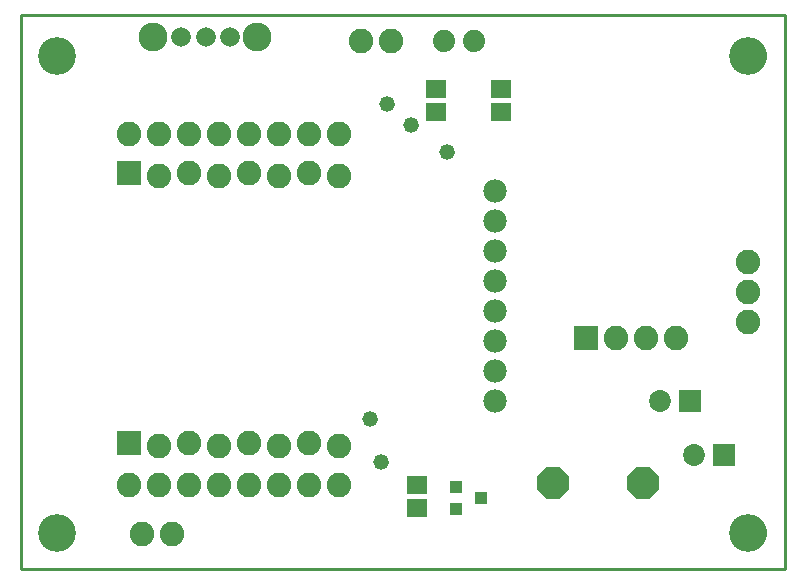
<source format=gts>
G75*
%MOIN*%
%OFA0B0*%
%FSLAX25Y25*%
%IPPOS*%
%LPD*%
%AMOC8*
5,1,8,0,0,1.08239X$1,22.5*
%
%ADD10C,0.01000*%
%ADD11C,0.00000*%
%ADD12C,0.12611*%
%ADD13C,0.08200*%
%ADD14C,0.07400*%
%ADD15R,0.06706X0.05918*%
%ADD16R,0.08200X0.08200*%
%ADD17C,0.07800*%
%ADD18OC8,0.10800*%
%ADD19C,0.06550*%
%ADD20C,0.09658*%
%ADD21R,0.07300X0.07300*%
%ADD22C,0.07300*%
%ADD23R,0.04343X0.03950*%
%ADD24C,0.05200*%
D10*
X0072300Y0018800D02*
X0072300Y0203261D01*
X0327200Y0203261D01*
X0327200Y0018800D01*
X0072300Y0018800D01*
D11*
X0078394Y0030800D02*
X0078396Y0030953D01*
X0078402Y0031107D01*
X0078412Y0031260D01*
X0078426Y0031412D01*
X0078444Y0031565D01*
X0078466Y0031716D01*
X0078491Y0031867D01*
X0078521Y0032018D01*
X0078555Y0032168D01*
X0078592Y0032316D01*
X0078633Y0032464D01*
X0078678Y0032610D01*
X0078727Y0032756D01*
X0078780Y0032900D01*
X0078836Y0033042D01*
X0078896Y0033183D01*
X0078960Y0033323D01*
X0079027Y0033461D01*
X0079098Y0033597D01*
X0079173Y0033731D01*
X0079250Y0033863D01*
X0079332Y0033993D01*
X0079416Y0034121D01*
X0079504Y0034247D01*
X0079595Y0034370D01*
X0079689Y0034491D01*
X0079787Y0034609D01*
X0079887Y0034725D01*
X0079991Y0034838D01*
X0080097Y0034949D01*
X0080206Y0035057D01*
X0080318Y0035162D01*
X0080432Y0035263D01*
X0080550Y0035362D01*
X0080669Y0035458D01*
X0080791Y0035551D01*
X0080916Y0035640D01*
X0081043Y0035727D01*
X0081172Y0035809D01*
X0081303Y0035889D01*
X0081436Y0035965D01*
X0081571Y0036038D01*
X0081708Y0036107D01*
X0081847Y0036172D01*
X0081987Y0036234D01*
X0082129Y0036292D01*
X0082272Y0036347D01*
X0082417Y0036398D01*
X0082563Y0036445D01*
X0082710Y0036488D01*
X0082858Y0036527D01*
X0083007Y0036563D01*
X0083157Y0036594D01*
X0083308Y0036622D01*
X0083459Y0036646D01*
X0083612Y0036666D01*
X0083764Y0036682D01*
X0083917Y0036694D01*
X0084070Y0036702D01*
X0084223Y0036706D01*
X0084377Y0036706D01*
X0084530Y0036702D01*
X0084683Y0036694D01*
X0084836Y0036682D01*
X0084988Y0036666D01*
X0085141Y0036646D01*
X0085292Y0036622D01*
X0085443Y0036594D01*
X0085593Y0036563D01*
X0085742Y0036527D01*
X0085890Y0036488D01*
X0086037Y0036445D01*
X0086183Y0036398D01*
X0086328Y0036347D01*
X0086471Y0036292D01*
X0086613Y0036234D01*
X0086753Y0036172D01*
X0086892Y0036107D01*
X0087029Y0036038D01*
X0087164Y0035965D01*
X0087297Y0035889D01*
X0087428Y0035809D01*
X0087557Y0035727D01*
X0087684Y0035640D01*
X0087809Y0035551D01*
X0087931Y0035458D01*
X0088050Y0035362D01*
X0088168Y0035263D01*
X0088282Y0035162D01*
X0088394Y0035057D01*
X0088503Y0034949D01*
X0088609Y0034838D01*
X0088713Y0034725D01*
X0088813Y0034609D01*
X0088911Y0034491D01*
X0089005Y0034370D01*
X0089096Y0034247D01*
X0089184Y0034121D01*
X0089268Y0033993D01*
X0089350Y0033863D01*
X0089427Y0033731D01*
X0089502Y0033597D01*
X0089573Y0033461D01*
X0089640Y0033323D01*
X0089704Y0033183D01*
X0089764Y0033042D01*
X0089820Y0032900D01*
X0089873Y0032756D01*
X0089922Y0032610D01*
X0089967Y0032464D01*
X0090008Y0032316D01*
X0090045Y0032168D01*
X0090079Y0032018D01*
X0090109Y0031867D01*
X0090134Y0031716D01*
X0090156Y0031565D01*
X0090174Y0031412D01*
X0090188Y0031260D01*
X0090198Y0031107D01*
X0090204Y0030953D01*
X0090206Y0030800D01*
X0090204Y0030647D01*
X0090198Y0030493D01*
X0090188Y0030340D01*
X0090174Y0030188D01*
X0090156Y0030035D01*
X0090134Y0029884D01*
X0090109Y0029733D01*
X0090079Y0029582D01*
X0090045Y0029432D01*
X0090008Y0029284D01*
X0089967Y0029136D01*
X0089922Y0028990D01*
X0089873Y0028844D01*
X0089820Y0028700D01*
X0089764Y0028558D01*
X0089704Y0028417D01*
X0089640Y0028277D01*
X0089573Y0028139D01*
X0089502Y0028003D01*
X0089427Y0027869D01*
X0089350Y0027737D01*
X0089268Y0027607D01*
X0089184Y0027479D01*
X0089096Y0027353D01*
X0089005Y0027230D01*
X0088911Y0027109D01*
X0088813Y0026991D01*
X0088713Y0026875D01*
X0088609Y0026762D01*
X0088503Y0026651D01*
X0088394Y0026543D01*
X0088282Y0026438D01*
X0088168Y0026337D01*
X0088050Y0026238D01*
X0087931Y0026142D01*
X0087809Y0026049D01*
X0087684Y0025960D01*
X0087557Y0025873D01*
X0087428Y0025791D01*
X0087297Y0025711D01*
X0087164Y0025635D01*
X0087029Y0025562D01*
X0086892Y0025493D01*
X0086753Y0025428D01*
X0086613Y0025366D01*
X0086471Y0025308D01*
X0086328Y0025253D01*
X0086183Y0025202D01*
X0086037Y0025155D01*
X0085890Y0025112D01*
X0085742Y0025073D01*
X0085593Y0025037D01*
X0085443Y0025006D01*
X0085292Y0024978D01*
X0085141Y0024954D01*
X0084988Y0024934D01*
X0084836Y0024918D01*
X0084683Y0024906D01*
X0084530Y0024898D01*
X0084377Y0024894D01*
X0084223Y0024894D01*
X0084070Y0024898D01*
X0083917Y0024906D01*
X0083764Y0024918D01*
X0083612Y0024934D01*
X0083459Y0024954D01*
X0083308Y0024978D01*
X0083157Y0025006D01*
X0083007Y0025037D01*
X0082858Y0025073D01*
X0082710Y0025112D01*
X0082563Y0025155D01*
X0082417Y0025202D01*
X0082272Y0025253D01*
X0082129Y0025308D01*
X0081987Y0025366D01*
X0081847Y0025428D01*
X0081708Y0025493D01*
X0081571Y0025562D01*
X0081436Y0025635D01*
X0081303Y0025711D01*
X0081172Y0025791D01*
X0081043Y0025873D01*
X0080916Y0025960D01*
X0080791Y0026049D01*
X0080669Y0026142D01*
X0080550Y0026238D01*
X0080432Y0026337D01*
X0080318Y0026438D01*
X0080206Y0026543D01*
X0080097Y0026651D01*
X0079991Y0026762D01*
X0079887Y0026875D01*
X0079787Y0026991D01*
X0079689Y0027109D01*
X0079595Y0027230D01*
X0079504Y0027353D01*
X0079416Y0027479D01*
X0079332Y0027607D01*
X0079250Y0027737D01*
X0079173Y0027869D01*
X0079098Y0028003D01*
X0079027Y0028139D01*
X0078960Y0028277D01*
X0078896Y0028417D01*
X0078836Y0028558D01*
X0078780Y0028700D01*
X0078727Y0028844D01*
X0078678Y0028990D01*
X0078633Y0029136D01*
X0078592Y0029284D01*
X0078555Y0029432D01*
X0078521Y0029582D01*
X0078491Y0029733D01*
X0078466Y0029884D01*
X0078444Y0030035D01*
X0078426Y0030188D01*
X0078412Y0030340D01*
X0078402Y0030493D01*
X0078396Y0030647D01*
X0078394Y0030800D01*
X0308894Y0030800D02*
X0308896Y0030953D01*
X0308902Y0031107D01*
X0308912Y0031260D01*
X0308926Y0031412D01*
X0308944Y0031565D01*
X0308966Y0031716D01*
X0308991Y0031867D01*
X0309021Y0032018D01*
X0309055Y0032168D01*
X0309092Y0032316D01*
X0309133Y0032464D01*
X0309178Y0032610D01*
X0309227Y0032756D01*
X0309280Y0032900D01*
X0309336Y0033042D01*
X0309396Y0033183D01*
X0309460Y0033323D01*
X0309527Y0033461D01*
X0309598Y0033597D01*
X0309673Y0033731D01*
X0309750Y0033863D01*
X0309832Y0033993D01*
X0309916Y0034121D01*
X0310004Y0034247D01*
X0310095Y0034370D01*
X0310189Y0034491D01*
X0310287Y0034609D01*
X0310387Y0034725D01*
X0310491Y0034838D01*
X0310597Y0034949D01*
X0310706Y0035057D01*
X0310818Y0035162D01*
X0310932Y0035263D01*
X0311050Y0035362D01*
X0311169Y0035458D01*
X0311291Y0035551D01*
X0311416Y0035640D01*
X0311543Y0035727D01*
X0311672Y0035809D01*
X0311803Y0035889D01*
X0311936Y0035965D01*
X0312071Y0036038D01*
X0312208Y0036107D01*
X0312347Y0036172D01*
X0312487Y0036234D01*
X0312629Y0036292D01*
X0312772Y0036347D01*
X0312917Y0036398D01*
X0313063Y0036445D01*
X0313210Y0036488D01*
X0313358Y0036527D01*
X0313507Y0036563D01*
X0313657Y0036594D01*
X0313808Y0036622D01*
X0313959Y0036646D01*
X0314112Y0036666D01*
X0314264Y0036682D01*
X0314417Y0036694D01*
X0314570Y0036702D01*
X0314723Y0036706D01*
X0314877Y0036706D01*
X0315030Y0036702D01*
X0315183Y0036694D01*
X0315336Y0036682D01*
X0315488Y0036666D01*
X0315641Y0036646D01*
X0315792Y0036622D01*
X0315943Y0036594D01*
X0316093Y0036563D01*
X0316242Y0036527D01*
X0316390Y0036488D01*
X0316537Y0036445D01*
X0316683Y0036398D01*
X0316828Y0036347D01*
X0316971Y0036292D01*
X0317113Y0036234D01*
X0317253Y0036172D01*
X0317392Y0036107D01*
X0317529Y0036038D01*
X0317664Y0035965D01*
X0317797Y0035889D01*
X0317928Y0035809D01*
X0318057Y0035727D01*
X0318184Y0035640D01*
X0318309Y0035551D01*
X0318431Y0035458D01*
X0318550Y0035362D01*
X0318668Y0035263D01*
X0318782Y0035162D01*
X0318894Y0035057D01*
X0319003Y0034949D01*
X0319109Y0034838D01*
X0319213Y0034725D01*
X0319313Y0034609D01*
X0319411Y0034491D01*
X0319505Y0034370D01*
X0319596Y0034247D01*
X0319684Y0034121D01*
X0319768Y0033993D01*
X0319850Y0033863D01*
X0319927Y0033731D01*
X0320002Y0033597D01*
X0320073Y0033461D01*
X0320140Y0033323D01*
X0320204Y0033183D01*
X0320264Y0033042D01*
X0320320Y0032900D01*
X0320373Y0032756D01*
X0320422Y0032610D01*
X0320467Y0032464D01*
X0320508Y0032316D01*
X0320545Y0032168D01*
X0320579Y0032018D01*
X0320609Y0031867D01*
X0320634Y0031716D01*
X0320656Y0031565D01*
X0320674Y0031412D01*
X0320688Y0031260D01*
X0320698Y0031107D01*
X0320704Y0030953D01*
X0320706Y0030800D01*
X0320704Y0030647D01*
X0320698Y0030493D01*
X0320688Y0030340D01*
X0320674Y0030188D01*
X0320656Y0030035D01*
X0320634Y0029884D01*
X0320609Y0029733D01*
X0320579Y0029582D01*
X0320545Y0029432D01*
X0320508Y0029284D01*
X0320467Y0029136D01*
X0320422Y0028990D01*
X0320373Y0028844D01*
X0320320Y0028700D01*
X0320264Y0028558D01*
X0320204Y0028417D01*
X0320140Y0028277D01*
X0320073Y0028139D01*
X0320002Y0028003D01*
X0319927Y0027869D01*
X0319850Y0027737D01*
X0319768Y0027607D01*
X0319684Y0027479D01*
X0319596Y0027353D01*
X0319505Y0027230D01*
X0319411Y0027109D01*
X0319313Y0026991D01*
X0319213Y0026875D01*
X0319109Y0026762D01*
X0319003Y0026651D01*
X0318894Y0026543D01*
X0318782Y0026438D01*
X0318668Y0026337D01*
X0318550Y0026238D01*
X0318431Y0026142D01*
X0318309Y0026049D01*
X0318184Y0025960D01*
X0318057Y0025873D01*
X0317928Y0025791D01*
X0317797Y0025711D01*
X0317664Y0025635D01*
X0317529Y0025562D01*
X0317392Y0025493D01*
X0317253Y0025428D01*
X0317113Y0025366D01*
X0316971Y0025308D01*
X0316828Y0025253D01*
X0316683Y0025202D01*
X0316537Y0025155D01*
X0316390Y0025112D01*
X0316242Y0025073D01*
X0316093Y0025037D01*
X0315943Y0025006D01*
X0315792Y0024978D01*
X0315641Y0024954D01*
X0315488Y0024934D01*
X0315336Y0024918D01*
X0315183Y0024906D01*
X0315030Y0024898D01*
X0314877Y0024894D01*
X0314723Y0024894D01*
X0314570Y0024898D01*
X0314417Y0024906D01*
X0314264Y0024918D01*
X0314112Y0024934D01*
X0313959Y0024954D01*
X0313808Y0024978D01*
X0313657Y0025006D01*
X0313507Y0025037D01*
X0313358Y0025073D01*
X0313210Y0025112D01*
X0313063Y0025155D01*
X0312917Y0025202D01*
X0312772Y0025253D01*
X0312629Y0025308D01*
X0312487Y0025366D01*
X0312347Y0025428D01*
X0312208Y0025493D01*
X0312071Y0025562D01*
X0311936Y0025635D01*
X0311803Y0025711D01*
X0311672Y0025791D01*
X0311543Y0025873D01*
X0311416Y0025960D01*
X0311291Y0026049D01*
X0311169Y0026142D01*
X0311050Y0026238D01*
X0310932Y0026337D01*
X0310818Y0026438D01*
X0310706Y0026543D01*
X0310597Y0026651D01*
X0310491Y0026762D01*
X0310387Y0026875D01*
X0310287Y0026991D01*
X0310189Y0027109D01*
X0310095Y0027230D01*
X0310004Y0027353D01*
X0309916Y0027479D01*
X0309832Y0027607D01*
X0309750Y0027737D01*
X0309673Y0027869D01*
X0309598Y0028003D01*
X0309527Y0028139D01*
X0309460Y0028277D01*
X0309396Y0028417D01*
X0309336Y0028558D01*
X0309280Y0028700D01*
X0309227Y0028844D01*
X0309178Y0028990D01*
X0309133Y0029136D01*
X0309092Y0029284D01*
X0309055Y0029432D01*
X0309021Y0029582D01*
X0308991Y0029733D01*
X0308966Y0029884D01*
X0308944Y0030035D01*
X0308926Y0030188D01*
X0308912Y0030340D01*
X0308902Y0030493D01*
X0308896Y0030647D01*
X0308894Y0030800D01*
X0308894Y0189800D02*
X0308896Y0189953D01*
X0308902Y0190107D01*
X0308912Y0190260D01*
X0308926Y0190412D01*
X0308944Y0190565D01*
X0308966Y0190716D01*
X0308991Y0190867D01*
X0309021Y0191018D01*
X0309055Y0191168D01*
X0309092Y0191316D01*
X0309133Y0191464D01*
X0309178Y0191610D01*
X0309227Y0191756D01*
X0309280Y0191900D01*
X0309336Y0192042D01*
X0309396Y0192183D01*
X0309460Y0192323D01*
X0309527Y0192461D01*
X0309598Y0192597D01*
X0309673Y0192731D01*
X0309750Y0192863D01*
X0309832Y0192993D01*
X0309916Y0193121D01*
X0310004Y0193247D01*
X0310095Y0193370D01*
X0310189Y0193491D01*
X0310287Y0193609D01*
X0310387Y0193725D01*
X0310491Y0193838D01*
X0310597Y0193949D01*
X0310706Y0194057D01*
X0310818Y0194162D01*
X0310932Y0194263D01*
X0311050Y0194362D01*
X0311169Y0194458D01*
X0311291Y0194551D01*
X0311416Y0194640D01*
X0311543Y0194727D01*
X0311672Y0194809D01*
X0311803Y0194889D01*
X0311936Y0194965D01*
X0312071Y0195038D01*
X0312208Y0195107D01*
X0312347Y0195172D01*
X0312487Y0195234D01*
X0312629Y0195292D01*
X0312772Y0195347D01*
X0312917Y0195398D01*
X0313063Y0195445D01*
X0313210Y0195488D01*
X0313358Y0195527D01*
X0313507Y0195563D01*
X0313657Y0195594D01*
X0313808Y0195622D01*
X0313959Y0195646D01*
X0314112Y0195666D01*
X0314264Y0195682D01*
X0314417Y0195694D01*
X0314570Y0195702D01*
X0314723Y0195706D01*
X0314877Y0195706D01*
X0315030Y0195702D01*
X0315183Y0195694D01*
X0315336Y0195682D01*
X0315488Y0195666D01*
X0315641Y0195646D01*
X0315792Y0195622D01*
X0315943Y0195594D01*
X0316093Y0195563D01*
X0316242Y0195527D01*
X0316390Y0195488D01*
X0316537Y0195445D01*
X0316683Y0195398D01*
X0316828Y0195347D01*
X0316971Y0195292D01*
X0317113Y0195234D01*
X0317253Y0195172D01*
X0317392Y0195107D01*
X0317529Y0195038D01*
X0317664Y0194965D01*
X0317797Y0194889D01*
X0317928Y0194809D01*
X0318057Y0194727D01*
X0318184Y0194640D01*
X0318309Y0194551D01*
X0318431Y0194458D01*
X0318550Y0194362D01*
X0318668Y0194263D01*
X0318782Y0194162D01*
X0318894Y0194057D01*
X0319003Y0193949D01*
X0319109Y0193838D01*
X0319213Y0193725D01*
X0319313Y0193609D01*
X0319411Y0193491D01*
X0319505Y0193370D01*
X0319596Y0193247D01*
X0319684Y0193121D01*
X0319768Y0192993D01*
X0319850Y0192863D01*
X0319927Y0192731D01*
X0320002Y0192597D01*
X0320073Y0192461D01*
X0320140Y0192323D01*
X0320204Y0192183D01*
X0320264Y0192042D01*
X0320320Y0191900D01*
X0320373Y0191756D01*
X0320422Y0191610D01*
X0320467Y0191464D01*
X0320508Y0191316D01*
X0320545Y0191168D01*
X0320579Y0191018D01*
X0320609Y0190867D01*
X0320634Y0190716D01*
X0320656Y0190565D01*
X0320674Y0190412D01*
X0320688Y0190260D01*
X0320698Y0190107D01*
X0320704Y0189953D01*
X0320706Y0189800D01*
X0320704Y0189647D01*
X0320698Y0189493D01*
X0320688Y0189340D01*
X0320674Y0189188D01*
X0320656Y0189035D01*
X0320634Y0188884D01*
X0320609Y0188733D01*
X0320579Y0188582D01*
X0320545Y0188432D01*
X0320508Y0188284D01*
X0320467Y0188136D01*
X0320422Y0187990D01*
X0320373Y0187844D01*
X0320320Y0187700D01*
X0320264Y0187558D01*
X0320204Y0187417D01*
X0320140Y0187277D01*
X0320073Y0187139D01*
X0320002Y0187003D01*
X0319927Y0186869D01*
X0319850Y0186737D01*
X0319768Y0186607D01*
X0319684Y0186479D01*
X0319596Y0186353D01*
X0319505Y0186230D01*
X0319411Y0186109D01*
X0319313Y0185991D01*
X0319213Y0185875D01*
X0319109Y0185762D01*
X0319003Y0185651D01*
X0318894Y0185543D01*
X0318782Y0185438D01*
X0318668Y0185337D01*
X0318550Y0185238D01*
X0318431Y0185142D01*
X0318309Y0185049D01*
X0318184Y0184960D01*
X0318057Y0184873D01*
X0317928Y0184791D01*
X0317797Y0184711D01*
X0317664Y0184635D01*
X0317529Y0184562D01*
X0317392Y0184493D01*
X0317253Y0184428D01*
X0317113Y0184366D01*
X0316971Y0184308D01*
X0316828Y0184253D01*
X0316683Y0184202D01*
X0316537Y0184155D01*
X0316390Y0184112D01*
X0316242Y0184073D01*
X0316093Y0184037D01*
X0315943Y0184006D01*
X0315792Y0183978D01*
X0315641Y0183954D01*
X0315488Y0183934D01*
X0315336Y0183918D01*
X0315183Y0183906D01*
X0315030Y0183898D01*
X0314877Y0183894D01*
X0314723Y0183894D01*
X0314570Y0183898D01*
X0314417Y0183906D01*
X0314264Y0183918D01*
X0314112Y0183934D01*
X0313959Y0183954D01*
X0313808Y0183978D01*
X0313657Y0184006D01*
X0313507Y0184037D01*
X0313358Y0184073D01*
X0313210Y0184112D01*
X0313063Y0184155D01*
X0312917Y0184202D01*
X0312772Y0184253D01*
X0312629Y0184308D01*
X0312487Y0184366D01*
X0312347Y0184428D01*
X0312208Y0184493D01*
X0312071Y0184562D01*
X0311936Y0184635D01*
X0311803Y0184711D01*
X0311672Y0184791D01*
X0311543Y0184873D01*
X0311416Y0184960D01*
X0311291Y0185049D01*
X0311169Y0185142D01*
X0311050Y0185238D01*
X0310932Y0185337D01*
X0310818Y0185438D01*
X0310706Y0185543D01*
X0310597Y0185651D01*
X0310491Y0185762D01*
X0310387Y0185875D01*
X0310287Y0185991D01*
X0310189Y0186109D01*
X0310095Y0186230D01*
X0310004Y0186353D01*
X0309916Y0186479D01*
X0309832Y0186607D01*
X0309750Y0186737D01*
X0309673Y0186869D01*
X0309598Y0187003D01*
X0309527Y0187139D01*
X0309460Y0187277D01*
X0309396Y0187417D01*
X0309336Y0187558D01*
X0309280Y0187700D01*
X0309227Y0187844D01*
X0309178Y0187990D01*
X0309133Y0188136D01*
X0309092Y0188284D01*
X0309055Y0188432D01*
X0309021Y0188582D01*
X0308991Y0188733D01*
X0308966Y0188884D01*
X0308944Y0189035D01*
X0308926Y0189188D01*
X0308912Y0189340D01*
X0308902Y0189493D01*
X0308896Y0189647D01*
X0308894Y0189800D01*
X0078394Y0189800D02*
X0078396Y0189953D01*
X0078402Y0190107D01*
X0078412Y0190260D01*
X0078426Y0190412D01*
X0078444Y0190565D01*
X0078466Y0190716D01*
X0078491Y0190867D01*
X0078521Y0191018D01*
X0078555Y0191168D01*
X0078592Y0191316D01*
X0078633Y0191464D01*
X0078678Y0191610D01*
X0078727Y0191756D01*
X0078780Y0191900D01*
X0078836Y0192042D01*
X0078896Y0192183D01*
X0078960Y0192323D01*
X0079027Y0192461D01*
X0079098Y0192597D01*
X0079173Y0192731D01*
X0079250Y0192863D01*
X0079332Y0192993D01*
X0079416Y0193121D01*
X0079504Y0193247D01*
X0079595Y0193370D01*
X0079689Y0193491D01*
X0079787Y0193609D01*
X0079887Y0193725D01*
X0079991Y0193838D01*
X0080097Y0193949D01*
X0080206Y0194057D01*
X0080318Y0194162D01*
X0080432Y0194263D01*
X0080550Y0194362D01*
X0080669Y0194458D01*
X0080791Y0194551D01*
X0080916Y0194640D01*
X0081043Y0194727D01*
X0081172Y0194809D01*
X0081303Y0194889D01*
X0081436Y0194965D01*
X0081571Y0195038D01*
X0081708Y0195107D01*
X0081847Y0195172D01*
X0081987Y0195234D01*
X0082129Y0195292D01*
X0082272Y0195347D01*
X0082417Y0195398D01*
X0082563Y0195445D01*
X0082710Y0195488D01*
X0082858Y0195527D01*
X0083007Y0195563D01*
X0083157Y0195594D01*
X0083308Y0195622D01*
X0083459Y0195646D01*
X0083612Y0195666D01*
X0083764Y0195682D01*
X0083917Y0195694D01*
X0084070Y0195702D01*
X0084223Y0195706D01*
X0084377Y0195706D01*
X0084530Y0195702D01*
X0084683Y0195694D01*
X0084836Y0195682D01*
X0084988Y0195666D01*
X0085141Y0195646D01*
X0085292Y0195622D01*
X0085443Y0195594D01*
X0085593Y0195563D01*
X0085742Y0195527D01*
X0085890Y0195488D01*
X0086037Y0195445D01*
X0086183Y0195398D01*
X0086328Y0195347D01*
X0086471Y0195292D01*
X0086613Y0195234D01*
X0086753Y0195172D01*
X0086892Y0195107D01*
X0087029Y0195038D01*
X0087164Y0194965D01*
X0087297Y0194889D01*
X0087428Y0194809D01*
X0087557Y0194727D01*
X0087684Y0194640D01*
X0087809Y0194551D01*
X0087931Y0194458D01*
X0088050Y0194362D01*
X0088168Y0194263D01*
X0088282Y0194162D01*
X0088394Y0194057D01*
X0088503Y0193949D01*
X0088609Y0193838D01*
X0088713Y0193725D01*
X0088813Y0193609D01*
X0088911Y0193491D01*
X0089005Y0193370D01*
X0089096Y0193247D01*
X0089184Y0193121D01*
X0089268Y0192993D01*
X0089350Y0192863D01*
X0089427Y0192731D01*
X0089502Y0192597D01*
X0089573Y0192461D01*
X0089640Y0192323D01*
X0089704Y0192183D01*
X0089764Y0192042D01*
X0089820Y0191900D01*
X0089873Y0191756D01*
X0089922Y0191610D01*
X0089967Y0191464D01*
X0090008Y0191316D01*
X0090045Y0191168D01*
X0090079Y0191018D01*
X0090109Y0190867D01*
X0090134Y0190716D01*
X0090156Y0190565D01*
X0090174Y0190412D01*
X0090188Y0190260D01*
X0090198Y0190107D01*
X0090204Y0189953D01*
X0090206Y0189800D01*
X0090204Y0189647D01*
X0090198Y0189493D01*
X0090188Y0189340D01*
X0090174Y0189188D01*
X0090156Y0189035D01*
X0090134Y0188884D01*
X0090109Y0188733D01*
X0090079Y0188582D01*
X0090045Y0188432D01*
X0090008Y0188284D01*
X0089967Y0188136D01*
X0089922Y0187990D01*
X0089873Y0187844D01*
X0089820Y0187700D01*
X0089764Y0187558D01*
X0089704Y0187417D01*
X0089640Y0187277D01*
X0089573Y0187139D01*
X0089502Y0187003D01*
X0089427Y0186869D01*
X0089350Y0186737D01*
X0089268Y0186607D01*
X0089184Y0186479D01*
X0089096Y0186353D01*
X0089005Y0186230D01*
X0088911Y0186109D01*
X0088813Y0185991D01*
X0088713Y0185875D01*
X0088609Y0185762D01*
X0088503Y0185651D01*
X0088394Y0185543D01*
X0088282Y0185438D01*
X0088168Y0185337D01*
X0088050Y0185238D01*
X0087931Y0185142D01*
X0087809Y0185049D01*
X0087684Y0184960D01*
X0087557Y0184873D01*
X0087428Y0184791D01*
X0087297Y0184711D01*
X0087164Y0184635D01*
X0087029Y0184562D01*
X0086892Y0184493D01*
X0086753Y0184428D01*
X0086613Y0184366D01*
X0086471Y0184308D01*
X0086328Y0184253D01*
X0086183Y0184202D01*
X0086037Y0184155D01*
X0085890Y0184112D01*
X0085742Y0184073D01*
X0085593Y0184037D01*
X0085443Y0184006D01*
X0085292Y0183978D01*
X0085141Y0183954D01*
X0084988Y0183934D01*
X0084836Y0183918D01*
X0084683Y0183906D01*
X0084530Y0183898D01*
X0084377Y0183894D01*
X0084223Y0183894D01*
X0084070Y0183898D01*
X0083917Y0183906D01*
X0083764Y0183918D01*
X0083612Y0183934D01*
X0083459Y0183954D01*
X0083308Y0183978D01*
X0083157Y0184006D01*
X0083007Y0184037D01*
X0082858Y0184073D01*
X0082710Y0184112D01*
X0082563Y0184155D01*
X0082417Y0184202D01*
X0082272Y0184253D01*
X0082129Y0184308D01*
X0081987Y0184366D01*
X0081847Y0184428D01*
X0081708Y0184493D01*
X0081571Y0184562D01*
X0081436Y0184635D01*
X0081303Y0184711D01*
X0081172Y0184791D01*
X0081043Y0184873D01*
X0080916Y0184960D01*
X0080791Y0185049D01*
X0080669Y0185142D01*
X0080550Y0185238D01*
X0080432Y0185337D01*
X0080318Y0185438D01*
X0080206Y0185543D01*
X0080097Y0185651D01*
X0079991Y0185762D01*
X0079887Y0185875D01*
X0079787Y0185991D01*
X0079689Y0186109D01*
X0079595Y0186230D01*
X0079504Y0186353D01*
X0079416Y0186479D01*
X0079332Y0186607D01*
X0079250Y0186737D01*
X0079173Y0186869D01*
X0079098Y0187003D01*
X0079027Y0187139D01*
X0078960Y0187277D01*
X0078896Y0187417D01*
X0078836Y0187558D01*
X0078780Y0187700D01*
X0078727Y0187844D01*
X0078678Y0187990D01*
X0078633Y0188136D01*
X0078592Y0188284D01*
X0078555Y0188432D01*
X0078521Y0188582D01*
X0078491Y0188733D01*
X0078466Y0188884D01*
X0078444Y0189035D01*
X0078426Y0189188D01*
X0078412Y0189340D01*
X0078402Y0189493D01*
X0078396Y0189647D01*
X0078394Y0189800D01*
D12*
X0084300Y0189800D03*
X0314800Y0189800D03*
X0314800Y0030800D03*
X0084300Y0030800D03*
D13*
X0108300Y0046800D03*
X0118300Y0046800D03*
X0128300Y0046800D03*
X0138300Y0046800D03*
X0148300Y0046800D03*
X0158300Y0046800D03*
X0168300Y0046800D03*
X0178300Y0046800D03*
X0178300Y0059800D03*
X0168300Y0060800D03*
X0158300Y0059800D03*
X0148300Y0060800D03*
X0138300Y0059800D03*
X0128300Y0060800D03*
X0118300Y0059800D03*
X0122800Y0030300D03*
X0112800Y0030300D03*
X0270800Y0095800D03*
X0280800Y0095800D03*
X0290800Y0095800D03*
X0314800Y0101000D03*
X0314800Y0111000D03*
X0314800Y0121000D03*
X0195800Y0194800D03*
X0185800Y0194800D03*
X0178300Y0163800D03*
X0168300Y0163800D03*
X0158300Y0163800D03*
X0148300Y0163800D03*
X0138300Y0163800D03*
X0128300Y0163800D03*
X0118300Y0163800D03*
X0108300Y0163800D03*
X0118300Y0149800D03*
X0128300Y0150800D03*
X0138300Y0149800D03*
X0148300Y0150800D03*
X0158300Y0149800D03*
X0168300Y0150800D03*
X0178300Y0149800D03*
D14*
X0213485Y0194800D03*
X0223328Y0194800D03*
D15*
X0232300Y0178540D03*
X0232300Y0171060D03*
X0210800Y0171060D03*
X0210800Y0178540D03*
X0204300Y0046540D03*
X0204300Y0039060D03*
D16*
X0260800Y0095800D03*
X0108300Y0060800D03*
X0108300Y0150800D03*
D17*
X0230457Y0144713D03*
X0230457Y0134713D03*
X0230457Y0124713D03*
X0230457Y0114713D03*
X0230457Y0104713D03*
X0230457Y0094713D03*
X0230457Y0084713D03*
X0230457Y0074713D03*
D18*
X0249800Y0047300D03*
X0279800Y0047300D03*
D19*
X0142174Y0196000D03*
X0134100Y0196000D03*
X0125570Y0196000D03*
D20*
X0116515Y0195850D03*
X0150942Y0196000D03*
D21*
X0295300Y0074800D03*
X0306800Y0056800D03*
D22*
X0296800Y0056800D03*
X0285300Y0074800D03*
D23*
X0225631Y0042300D03*
X0217363Y0046040D03*
X0217363Y0038560D03*
D24*
X0192300Y0054300D03*
X0188800Y0068800D03*
X0214300Y0157800D03*
X0202300Y0166800D03*
X0194300Y0173800D03*
M02*

</source>
